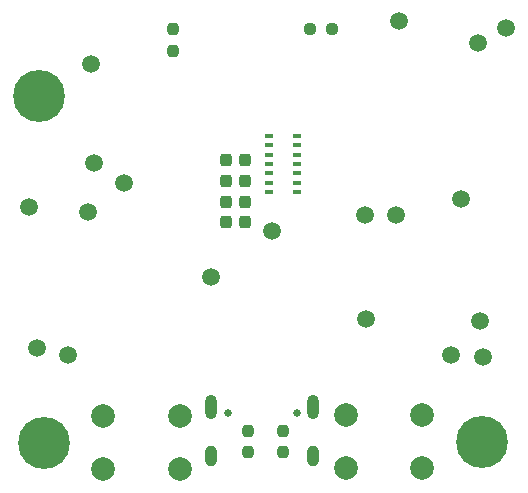
<source format=gbr>
%TF.GenerationSoftware,KiCad,Pcbnew,9.0.0*%
%TF.CreationDate,2025-12-27T14:24:40-08:00*%
%TF.ProjectId,esp_module_rev1,6573705f-6d6f-4647-956c-655f72657631,rev?*%
%TF.SameCoordinates,Original*%
%TF.FileFunction,Soldermask,Bot*%
%TF.FilePolarity,Negative*%
%FSLAX46Y46*%
G04 Gerber Fmt 4.6, Leading zero omitted, Abs format (unit mm)*
G04 Created by KiCad (PCBNEW 9.0.0) date 2025-12-27 14:24:40*
%MOMM*%
%LPD*%
G01*
G04 APERTURE LIST*
G04 Aperture macros list*
%AMRoundRect*
0 Rectangle with rounded corners*
0 $1 Rounding radius*
0 $2 $3 $4 $5 $6 $7 $8 $9 X,Y pos of 4 corners*
0 Add a 4 corners polygon primitive as box body*
4,1,4,$2,$3,$4,$5,$6,$7,$8,$9,$2,$3,0*
0 Add four circle primitives for the rounded corners*
1,1,$1+$1,$2,$3*
1,1,$1+$1,$4,$5*
1,1,$1+$1,$6,$7*
1,1,$1+$1,$8,$9*
0 Add four rect primitives between the rounded corners*
20,1,$1+$1,$2,$3,$4,$5,0*
20,1,$1+$1,$4,$5,$6,$7,0*
20,1,$1+$1,$6,$7,$8,$9,0*
20,1,$1+$1,$8,$9,$2,$3,0*%
G04 Aperture macros list end*
%ADD10C,0.650000*%
%ADD11O,1.000000X2.100000*%
%ADD12O,1.000000X1.800000*%
%ADD13C,1.500000*%
%ADD14C,0.700000*%
%ADD15C,4.400000*%
%ADD16C,2.000000*%
%ADD17RoundRect,0.237500X-0.237500X0.300000X-0.237500X-0.300000X0.237500X-0.300000X0.237500X0.300000X0*%
%ADD18RoundRect,0.237500X0.237500X-0.300000X0.237500X0.300000X-0.237500X0.300000X-0.237500X-0.300000X0*%
%ADD19RoundRect,0.087500X0.287500X0.087500X-0.287500X0.087500X-0.287500X-0.087500X0.287500X-0.087500X0*%
%ADD20RoundRect,0.237500X-0.237500X0.250000X-0.237500X-0.250000X0.237500X-0.250000X0.237500X0.250000X0*%
%ADD21RoundRect,0.237500X-0.250000X-0.237500X0.250000X-0.237500X0.250000X0.237500X-0.250000X0.237500X0*%
G04 APERTURE END LIST*
D10*
%TO.C,J1*%
X144860000Y-117045000D03*
X150640000Y-117045000D03*
D11*
X143430000Y-116545000D03*
D12*
X143430000Y-120725000D03*
D11*
X152070000Y-116545000D03*
D12*
X152070000Y-120725000D03*
%TD*%
D13*
%TO.C,TP8*%
X159100000Y-100300000D03*
%TD*%
%TO.C,TP9*%
X166000000Y-85750000D03*
%TD*%
%TO.C,TP15*%
X156400000Y-100300000D03*
%TD*%
%TO.C,TP12*%
X128000000Y-99600000D03*
%TD*%
%TO.C,TP5*%
X156500000Y-109150000D03*
%TD*%
%TO.C,TP14*%
X136000000Y-97600000D03*
%TD*%
%TO.C,TP4*%
X128700000Y-111600000D03*
%TD*%
D14*
%TO.C,H2*%
X164700000Y-119510000D03*
X165183274Y-118343274D03*
X165183274Y-120676726D03*
X166350000Y-117860000D03*
D15*
X166350000Y-119510000D03*
D14*
X166350000Y-121160000D03*
X167516726Y-118343274D03*
X167516726Y-120676726D03*
X168000000Y-119510000D03*
%TD*%
D16*
%TO.C,SW1*%
X134250000Y-117360000D03*
X140750000Y-117360000D03*
X134250000Y-121860000D03*
X140750000Y-121860000D03*
%TD*%
D13*
%TO.C,TP19*%
X133200000Y-87550000D03*
%TD*%
%TO.C,TP11*%
X168400000Y-84500000D03*
%TD*%
D14*
%TO.C,H3*%
X127150000Y-90200000D03*
X127633274Y-89033274D03*
X127633274Y-91366726D03*
X128800000Y-88550000D03*
D15*
X128800000Y-90200000D03*
D14*
X128800000Y-91850000D03*
X129966726Y-89033274D03*
X129966726Y-91366726D03*
X130450000Y-90200000D03*
%TD*%
D13*
%TO.C,TP16*%
X143400000Y-105550000D03*
%TD*%
%TO.C,TP2*%
X131300000Y-112150000D03*
%TD*%
%TO.C,TP17*%
X148600000Y-101650000D03*
%TD*%
D16*
%TO.C,SW2*%
X154800000Y-117260000D03*
X161300000Y-117260000D03*
X154800000Y-121760000D03*
X161300000Y-121760000D03*
%TD*%
D13*
%TO.C,TP6*%
X166400000Y-112350000D03*
%TD*%
%TO.C,TP7*%
X166200000Y-109300000D03*
%TD*%
%TO.C,TP1*%
X133000000Y-100050000D03*
%TD*%
%TO.C,TP18*%
X133500000Y-95950000D03*
%TD*%
D14*
%TO.C,H1*%
X127650000Y-119610000D03*
X128133274Y-118443274D03*
X128133274Y-120776726D03*
X129300000Y-117960000D03*
D15*
X129300000Y-119610000D03*
D14*
X129300000Y-121260000D03*
X130466726Y-118443274D03*
X130466726Y-120776726D03*
X130950000Y-119610000D03*
%TD*%
D13*
%TO.C,TP10*%
X159300000Y-83850000D03*
%TD*%
%TO.C,TP13*%
X164550000Y-98950000D03*
%TD*%
%TO.C,TP3*%
X163700000Y-112150000D03*
%TD*%
D17*
%TO.C,C19*%
X146300000Y-99175000D03*
X146300000Y-100900000D03*
%TD*%
%TO.C,C18*%
X144700000Y-99175000D03*
X144700000Y-100900000D03*
%TD*%
D18*
%TO.C,C17*%
X144700000Y-97400000D03*
X144700000Y-95675000D03*
%TD*%
D19*
%TO.C,U9*%
X150700000Y-93600000D03*
X150700000Y-94400000D03*
X150700000Y-95200000D03*
X150700000Y-96000000D03*
X150700000Y-96800000D03*
X150700000Y-97600000D03*
X150700000Y-98400000D03*
X148300000Y-98400000D03*
X148300000Y-97600000D03*
X148300000Y-96800000D03*
X148300000Y-96000000D03*
X148300000Y-95200000D03*
X148300000Y-94400000D03*
X148300000Y-93600000D03*
%TD*%
D18*
%TO.C,C16*%
X146300000Y-97400000D03*
X146300000Y-95675000D03*
%TD*%
D20*
%TO.C,R14*%
X140200000Y-84587500D03*
X140200000Y-86412500D03*
%TD*%
%TO.C,R5*%
X146500000Y-118587500D03*
X146500000Y-120412500D03*
%TD*%
D21*
%TO.C,R23*%
X151787500Y-84600000D03*
X153612500Y-84600000D03*
%TD*%
D20*
%TO.C,R4*%
X149500000Y-118587500D03*
X149500000Y-120412500D03*
%TD*%
M02*

</source>
